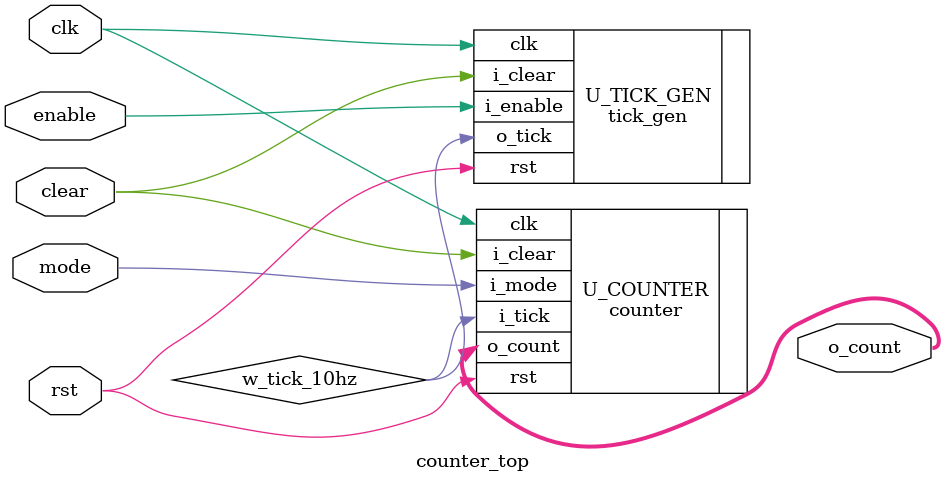
<source format=v>
`timescale 1ns / 1ps


module counter_top(
    input clk,
    input rst,
    output [13:0] o_count,
    input enable,
    input clear,
    input mode
    );

    //wire [3:0] w_bcd;
    wire w_tick_10hz;

    tick_gen U_TICK_GEN(
        .clk(clk),
        .rst(rst),
        .o_tick(w_tick_10hz),
        .i_enable(enable),
        .i_clear(clear)
    );

    counter U_COUNTER(
        .clk(clk),
        .rst(rst),
        .i_tick(w_tick_10hz),
        .o_count(o_count),
        .i_mode(mode),
        .i_clear(clear)
    );



endmodule

</source>
